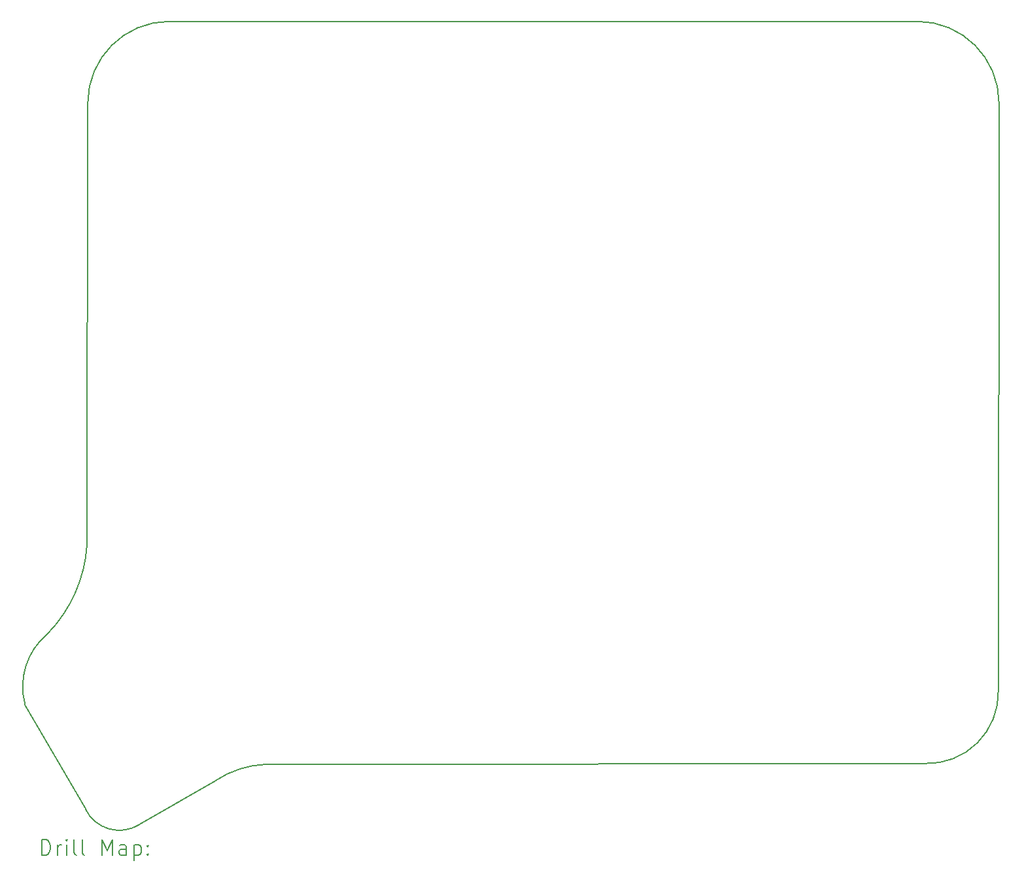
<source format=gbr>
%FSLAX45Y45*%
G04 Gerber Fmt 4.5, Leading zero omitted, Abs format (unit mm)*
G04 Created by KiCad (PCBNEW (6.0.5)) date 2022-05-31 20:28:23*
%MOMM*%
%LPD*%
G01*
G04 APERTURE LIST*
%TA.AperFunction,Profile*%
%ADD10C,0.200000*%
%TD*%
%ADD11C,0.200000*%
G04 APERTURE END LIST*
D10*
X8702688Y-11925536D02*
G75*
G03*
X8412221Y-12845069I566398J-684560D01*
G01*
X8702689Y-11925537D02*
G75*
G03*
X9212688Y-10775536I-1307239J1267817D01*
G01*
X10282454Y-3995069D02*
G75*
G03*
X9222454Y-5055069I0J-1060000D01*
G01*
X10282454Y-3995069D02*
X19961987Y-3995069D01*
X9888970Y-14398081D02*
X10876947Y-13827184D01*
X9212688Y-10775536D02*
X9222454Y-5055069D01*
X21012688Y-12665536D02*
X21021987Y-5055069D01*
X9192688Y-14195536D02*
X8412221Y-12845069D01*
X21021991Y-5055069D02*
G75*
G03*
X19961987Y-3995069I-1060011J-11D01*
G01*
X11532687Y-13615536D02*
X20062688Y-13605536D01*
X11532687Y-13615534D02*
G75*
G03*
X10876947Y-13827184I55023J-1292116D01*
G01*
X20062688Y-13605540D02*
G75*
G03*
X21012688Y-12665536I30212J919520D01*
G01*
X9192686Y-14195536D02*
G75*
G03*
X9888970Y-14398081I439474J212697D01*
G01*
D11*
X8628206Y-14791555D02*
X8628206Y-14591555D01*
X8675825Y-14591555D01*
X8704397Y-14601079D01*
X8723444Y-14620126D01*
X8732968Y-14639174D01*
X8742492Y-14677269D01*
X8742492Y-14705841D01*
X8732968Y-14743936D01*
X8723444Y-14762983D01*
X8704397Y-14782031D01*
X8675825Y-14791555D01*
X8628206Y-14791555D01*
X8828206Y-14791555D02*
X8828206Y-14658221D01*
X8828206Y-14696317D02*
X8837730Y-14677269D01*
X8847254Y-14667745D01*
X8866301Y-14658221D01*
X8885349Y-14658221D01*
X8952016Y-14791555D02*
X8952016Y-14658221D01*
X8952016Y-14591555D02*
X8942492Y-14601079D01*
X8952016Y-14610602D01*
X8961539Y-14601079D01*
X8952016Y-14591555D01*
X8952016Y-14610602D01*
X9075825Y-14791555D02*
X9056777Y-14782031D01*
X9047254Y-14762983D01*
X9047254Y-14591555D01*
X9180587Y-14791555D02*
X9161539Y-14782031D01*
X9152016Y-14762983D01*
X9152016Y-14591555D01*
X9409158Y-14791555D02*
X9409158Y-14591555D01*
X9475825Y-14734412D01*
X9542492Y-14591555D01*
X9542492Y-14791555D01*
X9723444Y-14791555D02*
X9723444Y-14686793D01*
X9713920Y-14667745D01*
X9694873Y-14658221D01*
X9656777Y-14658221D01*
X9637730Y-14667745D01*
X9723444Y-14782031D02*
X9704397Y-14791555D01*
X9656777Y-14791555D01*
X9637730Y-14782031D01*
X9628206Y-14762983D01*
X9628206Y-14743936D01*
X9637730Y-14724888D01*
X9656777Y-14715364D01*
X9704397Y-14715364D01*
X9723444Y-14705841D01*
X9818682Y-14658221D02*
X9818682Y-14858221D01*
X9818682Y-14667745D02*
X9837730Y-14658221D01*
X9875825Y-14658221D01*
X9894873Y-14667745D01*
X9904397Y-14677269D01*
X9913920Y-14696317D01*
X9913920Y-14753460D01*
X9904397Y-14772507D01*
X9894873Y-14782031D01*
X9875825Y-14791555D01*
X9837730Y-14791555D01*
X9818682Y-14782031D01*
X9999635Y-14772507D02*
X10009158Y-14782031D01*
X9999635Y-14791555D01*
X9990111Y-14782031D01*
X9999635Y-14772507D01*
X9999635Y-14791555D01*
X9999635Y-14667745D02*
X10009158Y-14677269D01*
X9999635Y-14686793D01*
X9990111Y-14677269D01*
X9999635Y-14667745D01*
X9999635Y-14686793D01*
M02*

</source>
